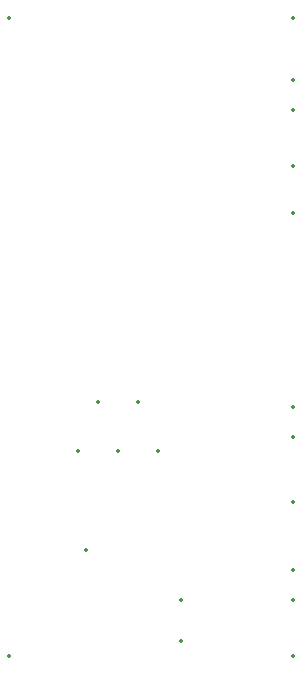
<source format=gbo>
%TF.GenerationSoftware,KiCad,Pcbnew,8.0.2*%
%TF.CreationDate,2024-06-04T16:14:46-04:00*%
%TF.ProjectId,Power Supply,506f7765-7220-4537-9570-706c792e6b69,rev?*%
%TF.SameCoordinates,Original*%
%TF.FileFunction,Legend,Bot*%
%TF.FilePolarity,Positive*%
%FSLAX46Y46*%
G04 Gerber Fmt 4.6, Leading zero omitted, Abs format (unit mm)*
G04 Created by KiCad (PCBNEW 8.0.2) date 2024-06-04 16:14:46*
%MOMM*%
%LPD*%
G01*
G04 APERTURE LIST*
%ADD10C,0.350000*%
G04 APERTURE END LIST*
D10*
X142000000Y-115500000D03*
X156500000Y-114250000D03*
X156500000Y-110750000D03*
X166000000Y-102500000D03*
X166000000Y-115500000D03*
X166025000Y-97000000D03*
X166025000Y-94460000D03*
X166025000Y-110790000D03*
X166025000Y-108250000D03*
X166000000Y-78000000D03*
X166000000Y-69290000D03*
X166000000Y-66750000D03*
X142000000Y-61500000D03*
X154630400Y-98191000D03*
X152928600Y-94000000D03*
X151226800Y-98191000D03*
X149525000Y-94000000D03*
X147823200Y-98191000D03*
X166000000Y-61500000D03*
X148500000Y-106500000D03*
X166000000Y-74000000D03*
M02*

</source>
